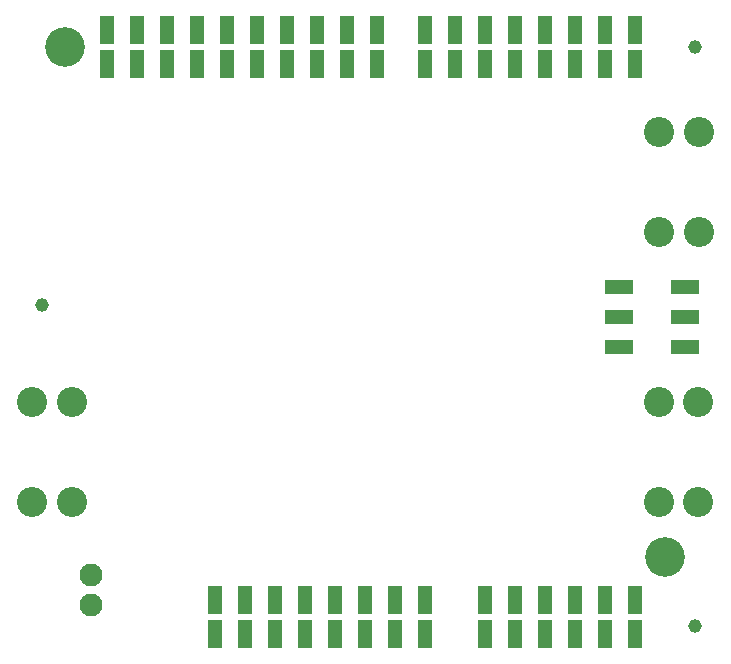
<source format=gbs>
G04*
G04 #@! TF.GenerationSoftware,Altium Limited,Altium Designer,21.3.2 (30)*
G04*
G04 Layer_Color=16711935*
%FSLAX24Y24*%
%MOIN*%
G70*
G04*
G04 #@! TF.SameCoordinates,F3A22827-C8A6-453D-B49C-89BDF9855147*
G04*
G04*
G04 #@! TF.FilePolarity,Negative*
G04*
G01*
G75*
%ADD33C,0.0454*%
%ADD34R,0.0462X0.0922*%
%ADD43C,0.1320*%
%ADD44C,0.0761*%
%ADD45C,0.1005*%
%ADD58R,0.0934X0.0462*%
D33*
X22986Y1000D02*
D03*
X23000Y20300D02*
D03*
X1213Y11706D02*
D03*
D34*
X17000Y723D02*
D03*
Y1877D02*
D03*
X18000D02*
D03*
Y723D02*
D03*
X19000Y1877D02*
D03*
Y723D02*
D03*
X21000Y1877D02*
D03*
Y723D02*
D03*
X20000Y1877D02*
D03*
Y723D02*
D03*
X16000D02*
D03*
Y1877D02*
D03*
X4400Y20877D02*
D03*
Y19723D02*
D03*
X3400Y20877D02*
D03*
Y19723D02*
D03*
X12400D02*
D03*
Y20877D02*
D03*
X8400D02*
D03*
Y19723D02*
D03*
X7400Y20877D02*
D03*
Y19723D02*
D03*
X9400Y20877D02*
D03*
Y19723D02*
D03*
X10400Y20877D02*
D03*
Y19723D02*
D03*
X11400D02*
D03*
Y20877D02*
D03*
X5400Y19723D02*
D03*
Y20877D02*
D03*
X6400Y19723D02*
D03*
Y20877D02*
D03*
X15000D02*
D03*
Y19723D02*
D03*
X14000Y20877D02*
D03*
Y19723D02*
D03*
X20000Y20877D02*
D03*
Y19723D02*
D03*
X19000D02*
D03*
Y20877D02*
D03*
X18000Y19723D02*
D03*
Y20877D02*
D03*
X16000Y19723D02*
D03*
Y20877D02*
D03*
X17000Y19723D02*
D03*
Y20877D02*
D03*
X21000D02*
D03*
Y19723D02*
D03*
X13000Y723D02*
D03*
Y1877D02*
D03*
X14000Y723D02*
D03*
Y1877D02*
D03*
X8000Y723D02*
D03*
Y1877D02*
D03*
X9000D02*
D03*
Y723D02*
D03*
X10000Y1877D02*
D03*
Y723D02*
D03*
X12000Y1877D02*
D03*
Y723D02*
D03*
X11000Y1877D02*
D03*
Y723D02*
D03*
X7000D02*
D03*
Y1877D02*
D03*
D43*
X22000Y3300D02*
D03*
X2000Y20300D02*
D03*
D44*
X2836Y1707D02*
D03*
Y2707D02*
D03*
D45*
X21795Y17475D02*
D03*
X23106D02*
D03*
X21795Y14125D02*
D03*
X23106D02*
D03*
X21788Y8475D02*
D03*
X23099D02*
D03*
X21788Y5125D02*
D03*
X23099D02*
D03*
X2211D02*
D03*
X900D02*
D03*
X2211Y8475D02*
D03*
X900D02*
D03*
D58*
X20438Y10300D02*
D03*
X22662D02*
D03*
X20438Y11300D02*
D03*
Y12300D02*
D03*
X22662Y11300D02*
D03*
Y12300D02*
D03*
M02*

</source>
